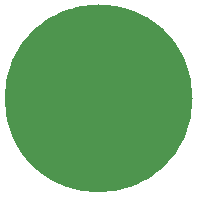
<source format=gbl>
G04 #@! TF.GenerationSoftware,KiCad,Pcbnew,(6.0.9)*
G04 #@! TF.CreationDate,2022-12-22T22:52:00-06:00*
G04 #@! TF.ProjectId,keyboard,6b657962-6f61-4726-942e-6b696361645f,rev?*
G04 #@! TF.SameCoordinates,Original*
G04 #@! TF.FileFunction,Copper,L2,Bot*
G04 #@! TF.FilePolarity,Positive*
%FSLAX46Y46*%
G04 Gerber Fmt 4.6, Leading zero omitted, Abs format (unit mm)*
G04 Created by KiCad (PCBNEW (6.0.9)) date 2022-12-22 22:52:00*
%MOMM*%
%LPD*%
G01*
G04 APERTURE LIST*
G04 #@! TA.AperFunction,NonConductor*
%ADD10C,7.950000*%
G04 #@! TD*
G04 APERTURE END LIST*
D10*
X75298200Y-176733200D02*
G75*
G03*
X75298200Y-176733200I-3975000J0D01*
G01*
M02*

</source>
